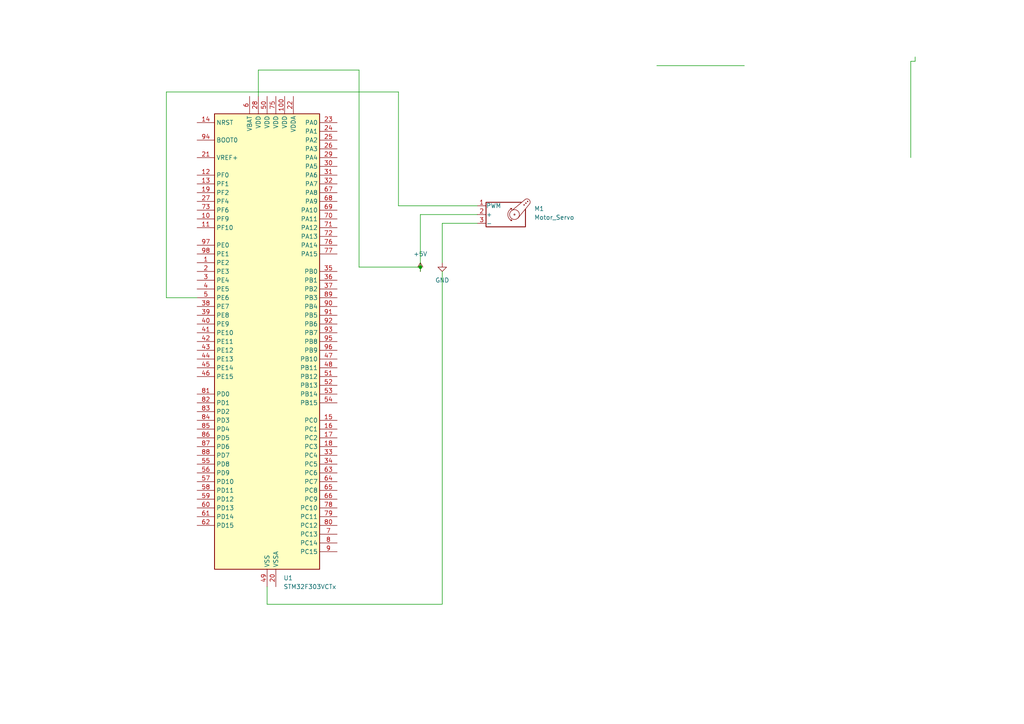
<source format=kicad_sch>
(kicad_sch (version 20231120) (generator "eeschema") (generator_version "8.0")
  (paper "A4")
  (lib_symbols
    (symbol "MCU_ST_STM32F3:STM32F303VCTx"
      (property "Reference" "U" (at -15.24 67.31 0))
      (property "Value" "STM32F303VCTx" (at 10.16 67.31 0))
      (symbol "STM32F303VCTx_0_1"
        (rectangle (start -15.24 -66.04) (end 15.24 66.04) (stroke (width 0.254)) (fill (type background)))
      )
      (symbol "STM32F303VCTx_1_1"
        (pin bidirectional line (at -20.32 22.86 0) (length 5.08) (name "PE2") (number "1"))
        (pin bidirectional line (at -20.32 35.56 0) (length 5.08) (name "PF9") (number "10"))
        (pin power_in line (at 5.08 71.12 270) (length 5.08) (name "VDD") (number "100"))
        (pin bidirectional line (at -20.32 33.02 0) (length 5.08) (name "PF10") (number "11"))
        (pin bidirectional line (at -20.32 48.26 0) (length 5.08) (name "PF0") (number "12"))
        (pin bidirectional line (at -20.32 45.72 0) (length 5.08) (name "PF1") (number "13"))
        (pin input line (at -20.32 63.5 0) (length 5.08) (name "NRST") (number "14"))
        (pin bidirectional line (at 20.32 -22.86 180) (length 5.08) (name "PC0") (number "15"))
        (pin bidirectional line (at 20.32 -25.4 180) (length 5.08) (name "PC1") (number "16"))
        (pin bidirectional line (at 20.32 -27.94 180) (length 5.08) (name "PC2") (number "17"))
        (pin bidirectional line (at 20.32 -30.48 180) (length 5.08) (name "PC3") (number "18"))
        (pin bidirectional line (at -20.32 43.18 0) (length 5.08) (name "PF2") (number "19"))
        (pin bidirectional line (at -20.32 20.32 0) (length 5.08) (name "PE3") (number "2"))
        (pin power_in line (at 2.54 -71.12 90) (length 5.08) (name "VSSA") (number "20"))
        (pin input line (at -20.32 53.34 0) (length 5.08) (name "VREF+") (number "21"))
        (pin power_in line (at 7.62 71.12 270) (length 5.08) (name "VDDA") (number "22"))
        (pin bidirectional line (at 20.32 63.5 180) (length 5.08) (name "PA0") (number "23"))
        (pin bidirectional line (at 20.32 60.96 180) (length 5.08) (name "PA1") (number "24"))
        (pin bidirectional line (at 20.32 58.42 180) (length 5.08) (name "PA2") (number "25"))
        (pin bidirectional line (at 20.32 55.88 180) (length 5.08) (name "PA3") (number "26"))
        (pin bidirectional line (at -20.32 40.64 0) (length 5.08) (name "PF4") (number "27"))
        (pin power_in line (at -2.54 71.12 270) (length 5.08) (name "VDD") (number "28"))
        (pin bidirectional line (at 20.32 53.34 180) (length 5.08) (name "PA4") (number "29"))
        (pin bidirectional line (at -20.32 17.78 0) (length 5.08) (name "PE4") (number "3"))
        (pin bidirectional line (at 20.32 50.8 180) (length 5.08) (name "PA5") (number "30"))
        (pin bidirectional line (at 20.32 48.26 180) (length 5.08) (name "PA6") (number "31"))
        (pin bidirectional line (at 20.32 45.72 180) (length 5.08) (name "PA7") (number "32"))
        (pin bidirectional line (at 20.32 -33.02 180) (length 5.08) (name "PC4") (number "33"))
        (pin bidirectional line (at 20.32 -35.56 180) (length 5.08) (name "PC5") (number "34"))
        (pin bidirectional line (at 20.32 20.32 180) (length 5.08) (name "PB0") (number "35"))
        (pin bidirectional line (at 20.32 17.78 180) (length 5.08) (name "PB1") (number "36"))
        (pin bidirectional line (at 20.32 15.24 180) (length 5.08) (name "PB2") (number "37"))
        (pin bidirectional line (at -20.32 10.16 0) (length 5.08) (name "PE7") (number "38"))
        (pin bidirectional line (at -20.32 7.62 0) (length 5.08) (name "PE8") (number "39"))
        (pin bidirectional line (at -20.32 15.24 0) (length 5.08) (name "PE5") (number "4"))
        (pin bidirectional line (at -20.32 5.08 0) (length 5.08) (name "PE9") (number "40"))
        (pin bidirectional line (at -20.32 2.54 0) (length 5.08) (name "PE10") (number "41"))
        (pin bidirectional line (at -20.32 0 0) (length 5.08) (name "PE11") (number "42"))
        (pin bidirectional line (at -20.32 -2.54 0) (length 5.08) (name "PE12") (number "43"))
        (pin bidirectional line (at -20.32 -5.08 0) (length 5.08) (name "PE13") (number "44"))
        (pin bidirectional line (at -20.32 -7.62 0) (length 5.08) (name "PE14") (number "45"))
        (pin bidirectional line (at -20.32 -10.16 0) (length 5.08) (name "PE15") (number "46"))
        (pin bidirectional line (at 20.32 -5.08 180) (length 5.08) (name "PB10") (number "47"))
        (pin bidirectional line (at 20.32 -7.62 180) (length 5.08) (name "PB11") (number "48"))
        (pin power_in line (at 0 -71.12 90) (length 5.08) (name "VSS") (number "49"))
        (pin bidirectional line (at -20.32 12.7 0) (length 5.08) (name "PE6") (number "5"))
        (pin power_in line (at 0 71.12 270) (length 5.08) (name "VDD") (number "50"))
        (pin bidirectional line (at 20.32 -10.16 180) (length 5.08) (name "PB12") (number "51"))
        (pin bidirectional line (at 20.32 -12.7 180) (length 5.08) (name "PB13") (number "52"))
        (pin bidirectional line (at 20.32 -15.24 180) (length 5.08) (name "PB14") (number "53"))
        (pin bidirectional line (at 20.32 -17.78 180) (length 5.08) (name "PB15") (number "54"))
        (pin bidirectional line (at -20.32 -35.56 0) (length 5.08) (name "PD8") (number "55"))
        (pin bidirectional line (at -20.32 -38.1 0) (length 5.08) (name "PD9") (number "56"))
        (pin bidirectional line (at -20.32 -40.64 0) (length 5.08) (name "PD10") (number "57"))
        (pin bidirectional line (at -20.32 -43.18 0) (length 5.08) (name "PD11") (number "58"))
        (pin bidirectional line (at -20.32 -45.72 0) (length 5.08) (name "PD12") (number "59"))
        (pin power_in line (at -5.08 71.12 270) (length 5.08) (name "VBAT") (number "6"))
        (pin bidirectional line (at -20.32 -48.26 0) (length 5.08) (name "PD13") (number "60"))
        (pin bidirectional line (at -20.32 -50.8 0) (length 5.08) (name "PD14") (number "61"))
        (pin bidirectional line (at -20.32 -53.34 0) (length 5.08) (name "PD15") (number "62"))
        (pin bidirectional line (at 20.32 -38.1 180) (length 5.08) (name "PC6") (number "63"))
        (pin bidirectional line (at 20.32 -40.64 180) (length 5.08) (name "PC7") (number "64"))
        (pin bidirectional line (at 20.32 -43.18 180) (length 5.08) (name "PC8") (number "65"))
        (pin bidirectional line (at 20.32 -45.72 180) (length 5.08) (name "PC9") (number "66"))
        (pin bidirectional line (at 20.32 43.18 180) (length 5.08) (name "PA8") (number "67"))
        (pin bidirectional line (at 20.32 40.64 180) (length 5.08) (name "PA9") (number "68"))
        (pin bidirectional line (at 20.32 38.1 180) (length 5.08) (name "PA10") (number "69"))
        (pin bidirectional line (at 20.32 -55.88 180) (length 5.08) (name "PC13") (number "7"))
        (pin bidirectional line (at 20.32 35.56 180) (length 5.08) (name "PA11") (number "70"))
        (pin bidirectional line (at 20.32 33.02 180) (length 5.08) (name "PA12") (number "71"))
        (pin bidirectional line (at 20.32 30.48 180) (length 5.08) (name "PA13") (number "72"))
        (pin bidirectional line (at -20.32 38.1 0) (length 5.08) (name "PF6") (number "73"))
        (pin passive line (at 0 -71.12 90) (length 5.08) hide (name "VSS") (number "74"))
        (pin power_in line (at 2.54 71.12 270) (length 5.08) (name "VDD") (number "75"))
        (pin bidirectional line (at 20.32 27.94 180) (length 5.08) (name "PA14") (number "76"))
        (pin bidirectional line (at 20.32 25.4 180) (length 5.08) (name "PA15") (number "77"))
        (pin bidirectional line (at 20.32 -48.26 180) (length 5.08) (name "PC10") (number "78"))
        (pin bidirectional line (at 20.32 -50.8 180) (length 5.08) (name "PC11") (number "79"))
        (pin bidirectional line (at 20.32 -58.42 180) (length 5.08) (name "PC14") (number "8"))
        (pin bidirectional line (at 20.32 -53.34 180) (length 5.08) (name "PC12") (number "80"))
        (pin bidirectional line (at -20.32 -15.24 0) (length 5.08) (name "PD0") (number "81"))
        (pin bidirectional line (at -20.32 -17.78 0) (length 5.08) (name "PD1") (number "82"))
        (pin bidirectional line (at -20.32 -20.32 0) (length 5.08) (name "PD2") (number "83"))
        (pin bidirectional line (at -20.32 -22.86 0) (length 5.08) (name "PD3") (number "84"))
        (pin bidirectional line (at -20.32 -25.4 0) (length 5.08) (name "PD4") (number "85"))
        (pin bidirectional line (at -20.32 -27.94 0) (length 5.08) (name "PD5") (number "86"))
        (pin bidirectional line (at -20.32 -30.48 0) (length 5.08) (name "PD6") (number "87"))
        (pin bidirectional line (at -20.32 -33.02 0) (length 5.08) (name "PD7") (number "88"))
        (pin bidirectional line (at 20.32 12.7 180) (length 5.08) (name "PB3") (number "89"))
        (pin bidirectional line (at 20.32 -60.96 180) (length 5.08) (name "PC15") (number "9"))
        (pin bidirectional line (at 20.32 10.16 180) (length 5.08) (name "PB4") (number "90"))
        (pin bidirectional line (at 20.32 7.62 180) (length 5.08) (name "PB5") (number "91"))
        (pin bidirectional line (at 20.32 5.08 180) (length 5.08) (name "PB6") (number "92"))
        (pin bidirectional line (at 20.32 2.54 180) (length 5.08) (name "PB7") (number "93"))
        (pin input line (at -20.32 58.42 0) (length 5.08) (name "BOOT0") (number "94"))
        (pin bidirectional line (at 20.32 0 180) (length 5.08) (name "PB8") (number "95"))
        (pin bidirectional line (at 20.32 -2.54 180) (length 5.08) (name "PB9") (number "96"))
        (pin bidirectional line (at -20.32 27.94 0) (length 5.08) (name "PE0") (number "97"))
        (pin bidirectional line (at -20.32 25.4 0) (length 5.08) (name "PE1") (number "98"))
        (pin passive line (at 0 -71.12 90) (length 5.08) hide (name "VSS") (number "99"))
      )
    )
    (symbol "Motor:Motor_Servo" (pin_names (offset 0.0254))
      (property "Reference" "M" (at -5.08 4.445 0))
      (property "Value" "Motor_Servo" (at -5.08 -4.064 0))
      (symbol "Motor_Servo_0_1"
        (polyline (pts (xy 2.413 -1.778) (xy 2.032 -1.778)))
        (polyline (pts (xy 2.413 -1.778) (xy 2.286 -1.397)))
        (polyline (pts (xy 2.413 1.778) (xy 1.905 1.778)))
        (polyline (pts (xy 2.413 1.778) (xy 2.286 1.397)))
        (polyline (pts (xy 6.35 4.445) (xy 2.54 1.27)))
        (polyline (pts (xy 7.62 3.175) (xy 4.191 -1.016)))
        (polyline (pts (xy 5.08 3.556) (xy -5.08 3.556) (xy -5.08 -3.556) (xy 6.35 -3.556) (xy 6.35 1.524)) (stroke (width 0.254)))
        (arc (start 2.413 1.778) (mid 1.2406 0) (end 2.413 -1.778))
        (circle (center 3.175 0) (radius 0.1778))
        (circle (center 3.175 0) (radius 1.4224))
        (circle (center 5.969 2.794) (radius 0.127))
        (circle (center 6.477 3.302) (radius 0.127))
        (circle (center 6.985 3.81) (radius 0.127))
        (arc (start 7.62 3.175) (mid 7.4485 4.2735) (end 6.35 4.445))
      )
      (symbol "Motor_Servo_1_1"
        (pin passive line (at -7.62 2.54 0) (length 2.54) (name "PWM") (number "1"))
        (pin passive line (at -7.62 0 0) (length 2.54) (name "+") (number "2"))
        (pin passive line (at -7.62 -2.54 0) (length 2.54) (name "-") (number "3"))
      )
    )
    (symbol "power:+5V" (power) (pin_numbers hide) (pin_names (offset 0) hide)
      (property "Value" "+5V" (at 0 3.556 0))
      (symbol "+5V_0_1"
        (polyline (pts (xy -0.762 1.27) (xy 0 2.54)))
        (polyline (pts (xy 0 0) (xy 0 2.54)))
        (polyline (pts (xy 0 2.54) (xy 0.762 1.27)))
      )
      (symbol "+5V_1_1"
        (pin power_in line (at 0 0 90) (length 0) (name "~") (number "1"))
      )
    )
    (symbol "power:GND" (power) (pin_numbers hide) (pin_names (offset 0) hide)
      (property "Value" "GND" (at 0 -3.81 0))
      (symbol "GND_0_1"
        (polyline (pts (xy 0 0) (xy 0 -1.27) (xy 1.27 -1.27) (xy 0 -2.54) (xy -1.27 -1.27) (xy 0 -1.27)))
      )
      (symbol "GND_1_1"
        (pin power_in line (at 0 0 270) (length 0) (name "~") (number "1"))
      )
    )
  )
  (junction (at 121.92 77.47))
  (wire (pts (xy 128.27 175.26) (xy 77.47 175.26)))
  (wire (pts (xy 121.92 62.23) (xy 138.43 62.23)))
  (wire (pts (xy 121.92 77.47) (xy 121.92 62.23)))
  (wire (pts (xy 77.47 175.26) (xy 77.47 170.18)))
  (wire (pts (xy 215.9 19.05) (xy 190.5 19.05)))
  (wire (pts (xy 265.43 16.51) (xy 265.43 17.78)))
  (wire (pts (xy 57.15 86.36) (xy 48.26 86.36)))
  (wire (pts (xy 128.27 76.2) (xy 128.27 64.77)))
  (wire (pts (xy 121.92 78.74) (xy 121.92 77.47)))
  (wire (pts (xy 74.93 20.32) (xy 74.93 27.94)))
  (wire (pts (xy 48.26 26.67) (xy 115.57 26.67)))
  (wire (pts (xy 264.16 17.78) (xy 265.43 17.78)))
  (wire (pts (xy 115.57 59.69) (xy 138.43 59.69)))
  (wire (pts (xy 104.14 77.47) (xy 104.14 20.32)))
  (wire (pts (xy 264.16 45.72) (xy 264.16 17.78)))
  (wire (pts (xy 128.27 64.77) (xy 138.43 64.77)))
  (wire (pts (xy 104.14 20.32) (xy 74.93 20.32)))
  (wire (pts (xy 128.27 78.74) (xy 128.27 175.26)))
  (wire (pts (xy 115.57 26.67) (xy 115.57 59.69)))
  (wire (pts (xy 121.92 77.47) (xy 104.14 77.47)))
  (wire (pts (xy 48.26 86.36) (xy 48.26 26.67)))
  (symbol (lib_id "MCU_ST_STM32F3:STM32F303VCTx") (at 77.47 99.06 0) (unit 1)
    (property "Reference" "U1" (at 82.2041 167.64 0) (effects (justify left)))
    (property "Value" "STM32F303VCTx" (at 82.2041 170.18 0) (effects (justify left)))
    (property "Footprint" "Package_QFP:LQFP-100_14x14mm_P0.5mm" (effects (hide yes)))
    (property "Datasheet" "https://www.st.com/resource/en/datasheet/stm32f303vc.pdf" (effects (hide yes)))
    (property "Description" "STMicroelectronics Arm Cortex-M4 MCU, 256KB flash, 48KB RAM, 72 MHz, 2.0-3.6V, 87 GPIO, LQFP100" (effects (hide yes)))
  )
  (symbol (lib_id "power:+5V") (at 121.92 78.74 0) (unit 1)
    (property "Reference" "#PWR01" (effects (hide yes)))
    (property "Value" "+5V" (at 121.92 73.66 0))
    (property "Description" "Power symbol creates a global label with name \"+5V\"" (effects (hide yes)))
  )
  (symbol (lib_id "power:GND") (at 128.27 76.2 0) (unit 1)
    (property "Reference" "#PWR02" (effects (hide yes)))
    (property "Value" "GND" (at 128.27 81.28 0))
    (property "Description" "Power symbol creates a global label with name \"GND\" , ground" (effects (hide yes)))
  )
  (symbol (lib_id "Motor:Motor_Servo") (at 146.05 62.23 0) (unit 1)
    (property "Reference" "M1" (at 154.94 60.5265 0) (effects (justify left)))
    (property "Value" "Motor_Servo" (at 154.94 63.0665 0) (effects (justify left)))
    (property "Datasheet" "http://forums.parallax.com/uploads/attachments/46831/74481.png" (effects (hide yes)))
    (property "Description" "Servo Motor (Futaba, HiTec, JR connector)" (effects (hide yes)))
  )
)
</source>
